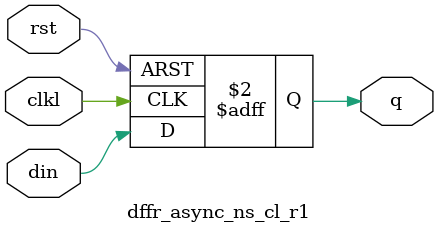
<source format=v>
/*
//
//  Module Name: swrvr_clib.v
//      Description: Design control behavioural library
*/                 

`ifdef FPGA_SYN 
`define NO_SCAN 
`endif

// POSITVE-EDGE TRIGGERED FLOP with SCAN
module dff_s (din, clk, q, se, si, so);
// synopsys template

parameter SIZE = 1;

input	[SIZE-1:0]	din ;	// data in
input			clk ;	// clk or scan clk

output	[SIZE-1:0]	q ;	// output

input			se ;	// scan-enable
input	[SIZE-1:0]	si ;	// scan-input
output	[SIZE-1:0]	so ;	// scan-output

reg 	[SIZE-1:0]	q ;

`ifdef NO_SCAN
always @ (posedge clk)
  q[SIZE-1:0]  <= din[SIZE-1:0] ;
`else

always @ (posedge clk)

	q[SIZE-1:0]  <= (se) ? si[SIZE-1:0]  : din[SIZE-1:0] ;

assign so[SIZE-1:0] = q[SIZE-1:0] ;

`endif

endmodule // dff_s

// POSITVE-EDGE TRIGGERED FLOP with SCAN for Shadow-scan
module dff_sscan (din, clk, q, se, si, so);
// synopsys template

parameter SIZE = 1;

input	[SIZE-1:0]	din ;	// data in
input			clk ;	// clk or scan clk

output	[SIZE-1:0]	q ;	// output

input			se ;	// scan-enable
input	[SIZE-1:0]	si ;	// scan-input
output	[SIZE-1:0]	so ;	// scan-output

reg 	[SIZE-1:0]	q ;

`ifdef CONNECT_SHADOW_SCAN

always @ (posedge clk)

	q[SIZE-1:0]  <= (se) ? si[SIZE-1:0]  : din[SIZE-1:0] ;

assign so[SIZE-1:0] = q[SIZE-1:0] ;

`else
always @ (posedge clk)
  q[SIZE-1:0]  <= din[SIZE-1:0] ;

assign so={SIZE{1'b0}};
`endif

endmodule // dff_sscan

// POSITVE-EDGE TRIGGERED FLOP without SCAN
module dff_ns (din, clk, q);
// synopsys template

parameter SIZE = 1;

input	[SIZE-1:0]	din ;	// data in
input			clk ;	// clk

output	[SIZE-1:0]	q ;	// output

reg 	[SIZE-1:0]	q ;

always @ (posedge clk)

	q[SIZE-1:0]  <= din[SIZE-1:0] ;

endmodule // dff_ns

// POSITIVE-EDGE TRIGGERED FLOP with SCAN, RESET
module dffr_s (din, clk, rst, q, se, si, so);
// synopsys template

parameter SIZE = 1;

input	[SIZE-1:0]	din ;	// data in
input			clk ;	// clk or scan clk
input			rst ;	// reset

output	[SIZE-1:0]	q ;	// output

input			se ;	// scan-enable
input	[SIZE-1:0]	si ;	// scan-input
output	[SIZE-1:0]	so ;	// scan-output

reg 	[SIZE-1:0]	q ;

`ifdef NO_SCAN
always @ (posedge clk)
	q[SIZE-1:0]  <= ((rst) ? {SIZE{1'b0}}  : din[SIZE-1:0] );
`else

// Scan-Enable dominates
always @ (posedge clk)

	q[SIZE-1:0]  <= se ? si[SIZE-1:0] : ((rst) ? {SIZE{1'b0}}  : din[SIZE-1:0] );

assign so[SIZE-1:0] = q[SIZE-1:0] ;
`endif

endmodule // dffr_s

// POSITIVE-EDGE TRIGGERED FLOP with SCAN, RESET_L
module dffrl_s (din, clk, rst_l, q, se, si, so);
// synopsys template

parameter SIZE = 1;

input	[SIZE-1:0]	din ;	// data in
input			clk ;	// clk or scan clk
input			rst_l ;	// reset

output	[SIZE-1:0]	q ;	// output

input			se ;	// scan-enable
input	[SIZE-1:0]	si ;	// scan-input
output	[SIZE-1:0]	so ;	// scan-output

reg 	[SIZE-1:0]	q ;

`ifdef NO_SCAN
always @ (posedge clk)
	q[SIZE-1:0]  <= rst_l ? din[SIZE-1:0] : {SIZE{1'b0}};
`else

// Reset dominates
always @ (posedge clk)

	q[SIZE-1:0]  <= rst_l ? ((se) ? si[SIZE-1:0]  : din[SIZE-1:0] ) : {SIZE{1'b0}};

assign so[SIZE-1:0] = q[SIZE-1:0] ;
`endif

endmodule // dffrl_s

// POSITIVE-EDGE TRIGGERED FLOP with RESET, without SCAN
module dffr_ns (din, clk, rst, q);
// synopsys template

parameter SIZE = 1;

input	[SIZE-1:0]	din ;	// data in
input			clk ;	// clk
input			rst ;	// reset

output	[SIZE-1:0]	q ;	// output

reg 	[SIZE-1:0]	q ;

// synopsys sync_set_reset "rst"
always @ (posedge clk)
  q[SIZE-1:0] <= rst ? {SIZE{1'b0}} : din[SIZE-1:0];
   
endmodule // dffr_ns

// POSITIVE-EDGE TRIGGERED FLOP with RESET_L, without SCAN
module dffrl_ns (din, clk, rst_l, q);
// synopsys template

parameter SIZE = 1;

input	[SIZE-1:0]	din ;	// data in
input			clk ;	// clk
input			rst_l ;	// reset

output	[SIZE-1:0]	q ;	// output

reg 	[SIZE-1:0]	q ;

// synopsys sync_set_reset "rst_l"
always @ (posedge clk)
  q[SIZE-1:0] <= rst_l ? din[SIZE-1:0] : {SIZE{1'b0}};

endmodule // dffrl_ns

// POSITIVE-EDGE TRIGGERED FLOP with SCAN and FUNCTIONAL ENABLE
module dffe_s (din, en, clk, q, se, si, so);
// synopsys template

parameter SIZE = 1;

input	[SIZE-1:0]	din ;	// data in
input			en ;	// functional enable
input			clk ;	// clk or scan clk

output	[SIZE-1:0]	q ;	// output

input			se ;	// scan-enable
input	[SIZE-1:0]	si ;	// scan-input
output	[SIZE-1:0]	so ;	// scan-output

reg 	[SIZE-1:0]	q ;

// Enable Interpretation. Ultimate interpretation depends on design
// 
// en	se	out
//------------------
// x	1	sin ; scan dominates
// 1  	0	din
// 0 	0	q
//

`ifdef NO_SCAN
always @ (posedge clk)
	q[SIZE-1:0]  <= ((en) ? din[SIZE-1:0] : q[SIZE-1:0]) ;
`else

always @ (posedge clk)

	q[SIZE-1:0]  <= (se) ? si[SIZE-1:0]  : ((en) ? din[SIZE-1:0] : q[SIZE-1:0]) ;

assign so[SIZE-1:0] = q[SIZE-1:0] ;
`endif

endmodule // dffe_s

// POSITIVE-EDGE TRIGGERED FLOP with enable, without SCAN
module dffe_ns (din, en, clk, q);
// synopsys template

parameter SIZE = 1;

input	[SIZE-1:0]	din ;	// data in
input			en ;	// functional enable
input			clk ;	// clk

output	[SIZE-1:0]	q ;	// output

reg 	[SIZE-1:0]	q ;

always @ (posedge clk)
  q[SIZE-1:0] <= en ? din[SIZE-1:0] : q[SIZE-1:0];

endmodule // dffe_ns

// POSITIVE-EDGE TRIGGERED FLOP with RESET, FUNCTIONAL ENABLE, SCAN.
module dffre_s (din, rst, en, clk, q, se, si, so);
// synopsys template

parameter SIZE = 1;

input	[SIZE-1:0]	din ;	// data in
input			en ;	// functional enable
input			rst ;	// reset
input			clk ;	// clk or scan clk

output	[SIZE-1:0]	q ;	// output

input			se ;	// scan-enable
input	[SIZE-1:0]	si ;	// scan-input
output	[SIZE-1:0]	so ;	// scan-output

reg 	[SIZE-1:0]	q ;

// Enable Interpretation. Ultimate interpretation depends on design
// 
// rst	en	se	out
//------------------
// 1	x	x	0   ; reset dominates
// 0	x	1	sin ; scan dominates
// 0	1  	0	din
// 0 	0 	0	q
//

`ifdef NO_SCAN
always @ (posedge clk)
	q[SIZE-1:0]  <= (rst ? {SIZE{1'b0}} : ((en) ? din[SIZE-1:0] : q[SIZE-1:0])) ;
`else

always @ (posedge clk)

//	q[SIZE-1:0]  <= rst ? {SIZE{1'b0}} : ((se) ? si[SIZE-1:0]  : ((en) ? din[SIZE-1:0] : q[SIZE-1:0])) ;
	q[SIZE-1:0]  <= se ? si[SIZE-1:0]  : (rst ? {SIZE{1'b0}} : ((en) ? din[SIZE-1:0] : q[SIZE-1:0])) ;

assign so[SIZE-1:0] = q[SIZE-1:0] ;

`endif

endmodule // dffre_s

// POSITIVE-EDGE TRIGGERED FLOP with RESET_L, FUNCTIONAL ENABLE, SCAN.
module dffrle_s (din, rst_l, en, clk, q, se, si, so);
// synopsys template

parameter SIZE = 1;

input	[SIZE-1:0]	din ;	// data in
input			en ;	// functional enable
input			rst_l ;	// reset
input			clk ;	// clk or scan clk

output	[SIZE-1:0]	q ;	// output

input			se ;	// scan-enable
input	[SIZE-1:0]	si ;	// scan-input
output	[SIZE-1:0]	so ;	// scan-output

reg 	[SIZE-1:0]	q ;

// Enable Interpretation. Ultimate interpretation depends on design
// 
// rst	en	se	out
//------------------
// 0	x	x	0   ; reset dominates
// 1	x	1	sin ; scan dominates
// 1	1  	0	din
// 1 	0 	0	q
//

`ifdef NO_SCAN
always @ (posedge clk)
	 q[SIZE-1:0]  <= (rst_l ? ((en) ? din[SIZE-1:0] : q[SIZE-1:0]) : {SIZE{1'b0}}) ;
`else

always @ (posedge clk)

//	q[SIZE-1:0]  <= rst_l ? ((se) ? si[SIZE-1:0]  : ((en) ? din[SIZE-1:0] : q[SIZE-1:0])) : {SIZE{1'b0}} ;
	q[SIZE-1:0]  <= se ? si[SIZE-1:0]  : (rst_l ? ((en) ? din[SIZE-1:0] : q[SIZE-1:0]) : {SIZE{1'b0}}) ;

assign so[SIZE-1:0] = q[SIZE-1:0] ;
`endif

endmodule // dffrle_s

// POSITIVE-EDGE TRIGGERED FLOP with RESET, ENABLE, without SCAN.
module dffre_ns (din, rst, en, clk, q);
// synopsys template

parameter SIZE = 1;

input	[SIZE-1:0]	din ;	// data in
input			en ;	// functional enable
input			rst ;	// reset
input			clk ;	// clk

output	[SIZE-1:0]	q ;	// output

reg 	[SIZE-1:0]	q ;

// Enable Interpretation. Ultimate interpretation depends on design
// 
// rst	en	out
//------------------
// 1	x	0   ; reset dominates
// 0	1  	din
// 0 	0 	q
//

// synopsys sync_set_reset "rst"
always @ (posedge clk)
  q[SIZE-1:0] <= rst ? {SIZE{1'b0}} : ((en) ? din[SIZE-1:0] : q[SIZE-1:0]);

endmodule // dffre_ns

// POSITIVE-EDGE TRIGGERED FLOP with RESET_L, ENABLE, without SCAN.
module dffrle_ns (din, rst_l, en, clk, q);
// synopsys template

parameter SIZE = 1;

input	[SIZE-1:0]	din ;	// data in
input			en ;	// functional enable
input			rst_l ;	// reset
input			clk ;	// clk

output	[SIZE-1:0]	q ;	// output

reg 	[SIZE-1:0]	q ;

// Enable Interpretation. Ultimate interpretation depends on design
// 
// rst	en	out
//------------------
// 0	x	0   ; reset dominates
// 1	1  	din
// 1 	0 	q
//

// synopsys sync_set_reset "rst_l"
always @ (posedge clk)
  q[SIZE-1:0] <= rst_l ? ((en) ? din[SIZE-1:0] : q[SIZE-1:0]) : {SIZE{1'b0}} ;

endmodule // dffrle_ns

// POSITIVE-EDGE TRIGGERED FLOP with SCAN, and ASYNC RESET
module dffr_async (din, clk, rst, q, se, si, so);
// synopsys template

parameter SIZE = 1;

input   [SIZE-1:0]      din ;   // data in
input                   clk ;   // clk or scan clk
input                   rst ;   // reset

output  [SIZE-1:0]      q ;     // output

input                   se ;    // scan-enable
input   [SIZE-1:0]      si ;    // scan-input
output  [SIZE-1:0]      so ;    // scan-output

reg     [SIZE-1:0]      q ;

`ifdef NO_SCAN
//always @ (posedge clk or posedge rst)
//	q[SIZE-1:0]  <= rst ? {SIZE{1'b0}} : din[SIZE-1:0];
always @ (posedge clk or posedge rst)
begin
  if (rst) begin
    q <= {SIZE{1'b0}};
  end
  else begin
    q <= din;
  end
end
`else

// Reset dominates
//always @ (posedge clk or posedge rst)
//  q[SIZE-1:0]  <= rst ? {SIZE{1'b0}} : ((se) ? si[SIZE-1:0]  : din[SIZE-1:0] );
always @ (posedge clk or posedge rst)
begin
  if (rst) begin
     q <= {SIZE{1'b0}};
  end
  else begin
    if (se) begin
      q <= si;
    end
    else begin
      q <= din;
    end
  end
end

assign so[SIZE-1:0] = q[SIZE-1:0] ;

`endif

endmodule // dffr_async

// POSITIVE-EDGE TRIGGERED FLOP with SCAN, and ASYNC RESET_L
module dffrl_async (din, clk, rst_l, q, se, si, so);
// synopsys template

parameter SIZE = 1;

input   [SIZE-1:0]      din ;   // data in
input                   clk ;   // clk or scan clk
input                   rst_l ;   // reset

output  [SIZE-1:0]      q ;     // output

input                   se ;    // scan-enable
input   [SIZE-1:0]      si ;    // scan-input
output  [SIZE-1:0]      so ;    // scan-output

reg     [SIZE-1:0]      q ;

`ifdef NO_SCAN
//always @ (posedge clk or negedge rst_l)
//	q[SIZE-1:0]  <= (!rst_l) ? {SIZE{1'b0}} : din[SIZE-1:0];
  
always @ (posedge clk or negedge rst_l)
begin
  if (!rst_l) begin
    q <= {SIZE{1'b0}};
  end
  else begin
    q <= din;
  end
end
`else

// Reset dominates
//always @ (posedge clk or negedge rst_l)
//  q[SIZE-1:0]  <= (!rst_l) ? {SIZE{1'b0}} : ((se) ? si[SIZE-1:0]  : din[SIZE-1:0] );
  
always @ (posedge clk or negedge rst_l)
begin
  if (!rst_l) begin
     q <= {SIZE{1'b0}};
  end
  else begin
    if (se) begin
      q <= si;
    end
    else begin
      q <= din;
    end
  end
end

assign so[SIZE-1:0] = q[SIZE-1:0] ;

`endif

endmodule // dffrl_async

// POSITIVE-EDGE TRIGGERED FLOP with ASYNC RESET, without SCAN
//module dffr_async_ns (din, clk, rst, q);
//// synopsys template
//parameter SIZE = 1;
//input   [SIZE-1:0]      din ;   // data in
//input                   clk ;   // clk or scan clk
//input                   rst ;   // reset
//output  [SIZE-1:0]      q ;     // output
//reg     [SIZE-1:0]      q ;
// Reset dominates
//// synopsys async_set_reset "rst"
//always @ (posedge clk or posedge rst)
//        if(rst) q[SIZE-1:0]  <= {SIZE{1'b0}};
//        else if(clk) q[SIZE-1:0]  <= din[SIZE-1:0];
//endmodule // dffr_async_ns

// POSITIVE-EDGE TRIGGERED FLOP with ASYNC RESET_L, without SCAN
module dffrl_async_ns (din, clk, rst_l, q);
// synopsys template

parameter SIZE = 1;

input   [SIZE-1:0]      din ;   // data in
input                   clk ;   // clk or scan clk
input                   rst_l ;   // reset

output  [SIZE-1:0]      q ;     // output

// Reset dominates
// synopsys async_set_reset "rst_l"
 reg [SIZE-1:0] q;   
//always @ (posedge clk or negedge rst_l)
//  q[SIZE-1:0] <= ~rst_l ?  {SIZE{1'b0}} : ({SIZE{rst_l}} & din[SIZE-1:0]);
  
always @ (posedge clk or negedge rst_l)
begin
  if (!rst_l) begin
    q <= {SIZE{1'b0}};
  end
  else begin
    q <= din;
  end
end

//   reg  [SIZE-1:0]   qm, qs, qm_l, qs_l, qm_f, qs_f;
//   wire              s_l;
//   assign            s_l = 1'b1;
//
//   always @ (rst_l or qm)   qm_l = ~(qm & {SIZE{rst_l}});
//   always @ (s_l or qs)   qs_l = ~(qs & {SIZE{s_l}});
//   always @ (s_l or qm_l) qm_f = ~(qm_l & {SIZE{s_l}});
//   always @ (rst_l or qs_l) qs_f = ~(qs_l & {SIZE{rst_l}});
//
//   always @ (clk or din or qm_f)
//      qm <= clk ? qm_f : din;
//
//   always @ (clk or qm_l or qs_f)
//      qs <= clk ? qm_l : qs_f;
//
//   assign q  = ~qs;

endmodule // dffrl_async_ns

// 2:1 MUX WITH DECODED SELECTS
module mux2ds (dout, in0, in1, sel0, sel1) ;
// synopsys template

parameter SIZE = 1;

output 	[SIZE-1:0] 	dout;
input	[SIZE-1:0]	in0;
input	[SIZE-1:0]	in1;
input			sel0;
input			sel1;

// reg declaration does not imply state being maintained
// across cycles. Used to construct case statement and
// always updated by inputs every cycle.
reg	[SIZE-1:0]	dout ;

// priority encoding takes care of mutex'ing selects.
`ifdef VERPLEX
   $constraint cl_1h_chk2 ($one_hot ({sel1,sel0}));
`endif

wire [1:0] sel = {sel1, sel0}; // 0in one_hot
   
always @ (sel0 or sel1 or in0 or in1)

	case ({sel1,sel0}) // synopsys infer_mux
		2'b01 :	dout = in0 ;
		2'b10 : dout = in1 ;
		2'b11 : dout = {SIZE{1'bx}} ;
		2'b00 : dout = {SIZE{1'bx}} ;
			// 2'b00 : // E.g. 4state vs. 2state modelling.
			// begin
			//	`ifdef FOUR_STATE
			//		dout = {SIZE{1'bx}};
			//	`else
			//		begin
			//		dout = {SIZE{1'b0}};
			//		$error();
			//		end
			//	`endif
			// end
		default : dout = {SIZE{1'bx}};
	endcase

endmodule // mux2ds

// 3:1 MUX WITH DECODED SELECTS
module mux3ds (dout, in0, in1, in2, sel0, sel1, sel2) ;
// synopsys template

parameter SIZE = 1;

output 	[SIZE-1:0] 	dout;
input	[SIZE-1:0]	in0;
input	[SIZE-1:0]	in1;
input	[SIZE-1:0]	in2;
input			sel0;
input			sel1;
input			sel2;

// reg declaration does not imply state being maintained
// across cycles. Used to construct case statement and
// always updated by inputs every cycle.
reg	[SIZE-1:0]	dout ;

`ifdef VERPLEX
   $constraint cl_1h_chk3 ($one_hot ({sel2,sel1,sel0}));
`endif

wire [2:0] sel = {sel2,sel1,sel0}; // 0in one_hot
   
// priority encoding takes care of mutex'ing selects.
always @ (sel0 or sel1 or sel2 or in0 or in1 or in2)

	case ({sel2,sel1,sel0}) 
		3'b001 : dout = in0 ;
		3'b010 : dout = in1 ;
		3'b100 : dout = in2 ;
		3'b000 : dout = {SIZE{1'bx}} ;
		3'b011 : dout = {SIZE{1'bx}} ;
		3'b101 : dout = {SIZE{1'bx}} ;
		3'b110 : dout = {SIZE{1'bx}} ;
		3'b111 : dout = {SIZE{1'bx}} ;
		default : dout = {SIZE{1'bx}};
			// two state vs four state modelling will be added.
	endcase

endmodule // mux3ds

// 4:1 MUX WITH DECODED SELECTS
module mux4ds (dout, in0, in1, in2, in3, sel0, sel1, sel2, sel3) ;
// synopsys template

parameter SIZE = 1;

output 	[SIZE-1:0] 	dout;
input	[SIZE-1:0]	in0;
input	[SIZE-1:0]	in1;
input	[SIZE-1:0]	in2;
input	[SIZE-1:0]	in3;
input			sel0;
input			sel1;
input			sel2;
input			sel3;

// reg declaration does not imply state being maintained
// across cycles. Used to construct case statement and
// always updated by inputs every cycle.
reg	[SIZE-1:0]	dout ;

`ifdef VERPLEX
   $constraint cl_1h_chk4 ($one_hot ({sel3,sel2,sel1,sel0}));
`endif
   
wire [3:0] sel = {sel3,sel2,sel1,sel0}; // 0in one_hot
   
// priority encoding takes care of mutex'ing selects.
always @ (sel0 or sel1 or sel2 or sel3 or in0 or in1 or in2 or in3)

	case ({sel3,sel2,sel1,sel0}) 
		4'b0001 : dout = in0 ;
		4'b0010 : dout = in1 ;
		4'b0100 : dout = in2 ;
		4'b1000 : dout = in3 ;
		4'b0000 : dout = {SIZE{1'bx}} ;
		4'b0011 : dout = {SIZE{1'bx}} ;
		4'b0101 : dout = {SIZE{1'bx}} ;
		4'b0110 : dout = {SIZE{1'bx}} ;
		4'b0111 : dout = {SIZE{1'bx}} ;
		4'b1001 : dout = {SIZE{1'bx}} ;
		4'b1010 : dout = {SIZE{1'bx}} ;
		4'b1011 : dout = {SIZE{1'bx}} ;
		4'b1100 : dout = {SIZE{1'bx}} ;
		4'b1101 : dout = {SIZE{1'bx}} ;
		4'b1110 : dout = {SIZE{1'bx}} ;
		4'b1111 : dout = {SIZE{1'bx}} ;
		default : dout = {SIZE{1'bx}};
			// two state vs four state modelling will be added.
	endcase

endmodule // mux4ds

// SINK FOR UNLOADED INPUT PORTS
module sink (in);
// synopsys template

parameter SIZE = 1;

input [SIZE-1:0] in;

`ifdef FPGA_SYN
   // As of version 8.2 XST does not remove this module without the
   // following additional dead code

   wire    a;

   assign		a = | in;

`endif

endmodule //sink

// SOURCE FOR UNDRIVEN OUTPUT PORTS
module source (out) ;
// synopsys template

parameter SIZE = 1;

output  [SIZE-1:0] out;
// 
// Once 4state/2state model established
// then enable check.
// `ifdef FOUR_STATE
// leda check for x_or_z_in rhs_of assign turned off
// assign  out = {SIZE{1'bx}};
//`else
assign  out = {SIZE{1'b0}};
//`endif

endmodule //source

// 2:1 MUX WITH PRIORITY ENCODED SELECTS
//module mux2es (dout, in0, in1, sel0, sel1) ;
//
//parameter SIZE = 1;
//
//output 	[SIZE-1:0] 	dout;
//input	[SIZE-1:0]	in0;
//input	[SIZE-1:0]	in1;
//input			sel0;
//input			sel1;
//
//// reg declaration does not imply state being maintained
//// across cycles. Used to construct case statement and
//// always updated by inputs every cycle.
//reg	[SIZE-1:0]	dout ;
//
//// must take into account lack of mutex selects.
//// there is no reason for handling of x and z conditions.
//// This will be dictated by design.
//always @ (sel0 or sel1 or in0 or in1)
//
//	case ({sel1,sel0})
//		2'b1x : dout = in1 ; // 10(in1),11(z) 
//		2'b0x :	dout = in0 ; // 01(in0),00(x)
//	endcase
//
//endmodule // mux2es

// CLK Header for gating off the clock of
// a FF.
// clk - output of the clk header
// rclk - input clk
// enb_l - Active low clock enable
// tmb_l  - Active low clock enable ( in scan mode, this input is !se )

module clken_buf (clk, rclk, enb_l, tmb_l);
output clk;
input  rclk, enb_l, tmb_l;
reg    clken;

  always @ (rclk or enb_l or tmb_l)
    if (!rclk)  //latch opens on rclk low phase
      clken = !enb_l | !tmb_l;
  assign clk = clken & rclk;

endmodule



// The following flops are maintained and used in ENET , MAC IP  ONLY
// -- Mimi X61467

// POSITIVE-EDGE TRIGGERED FLOP with SET_L, without SCAN.

module dffsl_ns (din, clk, set_l, q);
// synopsys template
parameter SIZE = 1;

input   [SIZE-1:0]      din ;   // data in
input                   clk ;   // clk or scan clk
input                   set_l ; // set

output  [SIZE-1:0]      q ;     // output

reg     [SIZE-1:0]      q ;

// synopsys sync_set_reset "set_l"
always @ (posedge clk)
  q[SIZE-1:0] <= set_l ? din[SIZE-1:0] : {SIZE{1'b1}};

endmodule // dffsl_ns

// POSITIVE-EDGE TRIGGERED FLOP with SET_L, without SCAN.

module dffsl_async_ns (din, clk, set_l, q);
// synopsys template
parameter SIZE = 1;

input   [SIZE-1:0]      din ;   // data in
input                   clk ;   // clk or scan clk
input                   set_l ; // set

output  [SIZE-1:0]      q ;     // output

reg     [SIZE-1:0]      q ;

// synopsys async_set_reset "set_l"
//always @ (posedge clk or negedge set_l)
//  q[SIZE-1:0] <= ~set_l ? {SIZE{1'b1}} : ({SIZE{~set_l}} | din[SIZE-1:0]);
  
always @ (posedge clk or negedge set_l)
begin
  if (!set_l) begin
    q <= {SIZE{1'b1}};
  end
  else begin
    q <= din;
  end
end


endmodule // dffsl_async_ns

// POSITIVE-EDGE TRIGGERED FLOP WITH SET_H , without SCAN.

module dffr_ns_r1 (din, clk, rst, q);
// synopsys template
parameter SIZE = 1;

input   [SIZE-1:0]      din ;   // data in
input                   clk ;   // clk or scan clk
input                   rst ;   // reset

output  [SIZE-1:0]      q ;     // output

reg     [SIZE-1:0]      q ;

// Set to 1
// synopsys sync_set_reset "rst"
always @ (posedge clk)
  q[SIZE-1:0] <= rst ? {SIZE{1'b1}} : din[SIZE-1:0];

endmodule // dffr_ns_r1

// POSITIVE-EDGE TRIGGERED ASYNC RESET_H FLOP , without SCAN.

module dffr_async_ns (din, clk, rst, q);
// synopsys template

parameter SIZE = 1;

input   [SIZE-1:0]      din ;   // data in
input                   clk ;   // clk or scan clk
input                   rst;   // reset

output  [SIZE-1:0]      q ;     // output

reg     [SIZE-1:0]      q ;

// Reset dominates
// synopsys async_set_reset "rst"
//always @ (posedge clk or posedge rst)
//  q[SIZE-1:0] <= rst ? {SIZE{1'b0}} : din[SIZE-1:0];
  
always @ (posedge clk or posedge rst)
begin
  if (rst) begin
    q <= {SIZE{1'b0}};
  end
  else begin
    q <= din;
  end
end

endmodule // dffr_async_ns

// POSITIVE-EDGE TRIGGERED ASYNC SET_H FLOP , without SCAN.

module dffr_async_ns_r1 (din, clk, rst, q);
// synopsys template

parameter SIZE = 1;

input   [SIZE-1:0]      din ;   // data in
input                   clk ;   // clk or scan clk
input                   rst;   // reset

output  [SIZE-1:0]      q ;     // output

reg     [SIZE-1:0]      q ;

// Reset to 1
// synopsys async_set_reset "rst"
//always @ (posedge clk or posedge rst)
//  q[SIZE-1:0] <= rst ? {SIZE{1'b1}} : din[SIZE-1:0];
  
always @ (posedge clk or posedge rst)
begin
  if (rst) begin
    q <= {SIZE{1'b1}};
  end
  else begin
    q <= din;
  end
end

endmodule // dffr_async_ns_r1


// NEGATIVE-EDGE TRIGGERED ASYNC SET_H FLOP , without SCAN.

module dffr_async_ns_cl_r1 (din, clkl, rst, q);
// synopsys template
parameter SIZE = 1;

input   [SIZE-1:0]      din ;   // data in
input                   clkl ;  // clk or scan clk
input                   rst ;   // reset

output  [SIZE-1:0]      q ;     // output

reg     [SIZE-1:0]      q ;

// Set to 1
// synopsys sync_set_reset "rst"
//always @ (negedge clkl or posedge rst)
//  q[SIZE-1:0] <= rst ? {SIZE{1'b1}} : din[SIZE-1:0];
  
always @ (negedge clkl or posedge rst)
begin
  if (rst) begin
    q <= {SIZE{1'b1}};
  end
  else begin
    q <= din;
  end
end

endmodule // dffr_async_ns_cl_r1


</source>
